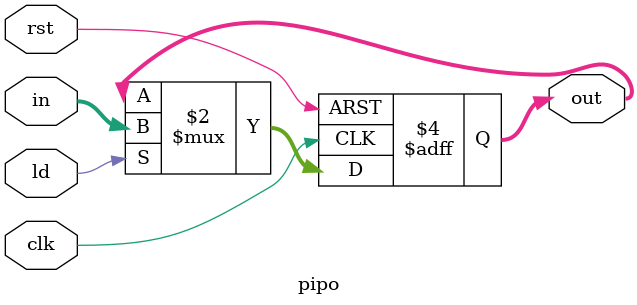
<source format=v>
module pipo(rst,clk,ld,in,out);
input clk,rst,ld;
input [7:0] in;
output reg [7:0] out;
always @(posedge clk, posedge rst)
begin
    if(rst)
    out<=8'b0;
    else if (ld)
    out<=in;
end
endmodule
</source>
